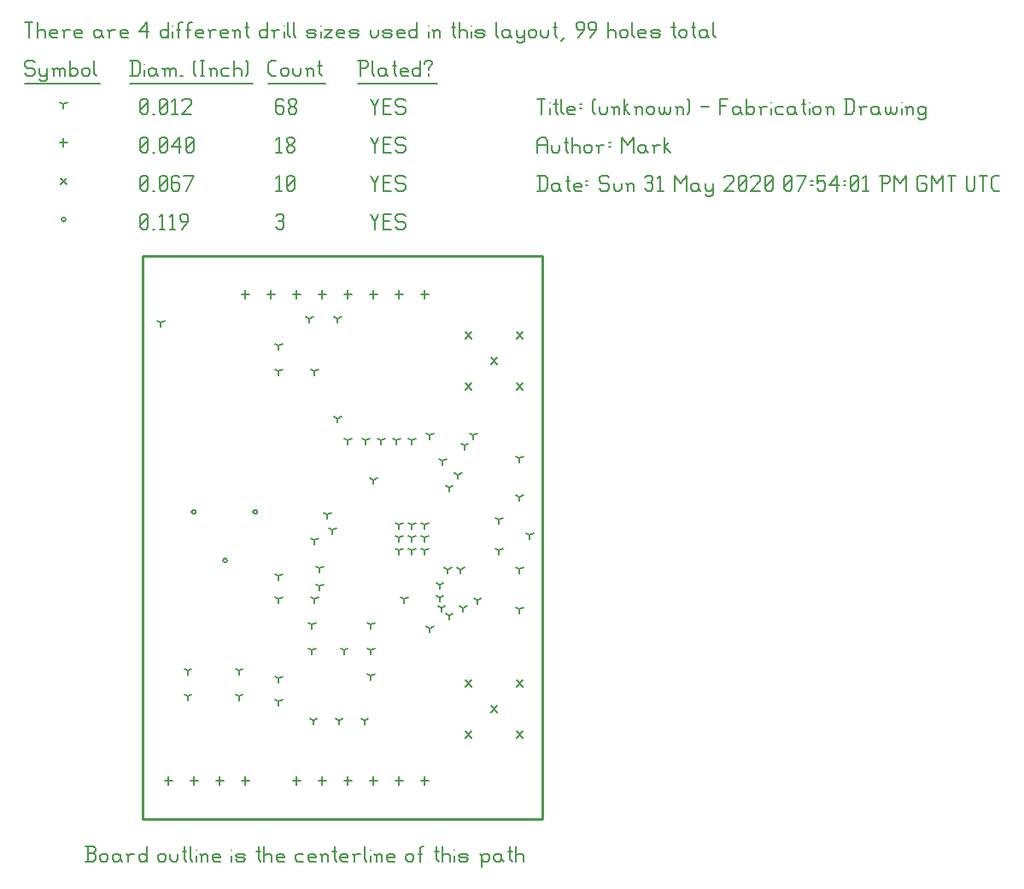
<source format=gbr>
G04 start of page 12 for group -3984 idx -3984 *
G04 Title: (unknown), fab *
G04 Creator: pcb 1.99z *
G04 CreationDate: Sun 31 May 2020 07:54:01 PM GMT UTC *
G04 For: mark *
G04 Format: Gerber/RS-274X *
G04 PCB-Dimensions (mil): 2200.00 2300.00 *
G04 PCB-Coordinate-Origin: lower left *
%MOIN*%
%FSLAX25Y25*%
%LNFAB*%
%ADD96C,0.0100*%
%ADD95C,0.0075*%
%ADD94C,0.0060*%
%ADD93R,0.0080X0.0080*%
G54D93*X64995Y127000D02*G75*G03X66595Y127000I800J0D01*G01*
G75*G03X64995Y127000I-800J0D01*G01*
X77200Y108102D02*G75*G03X78800Y108102I800J0D01*G01*
G75*G03X77200Y108102I-800J0D01*G01*
X89011Y127000D02*G75*G03X90611Y127000I800J0D01*G01*
G75*G03X89011Y127000I-800J0D01*G01*
X14200Y241250D02*G75*G03X15800Y241250I800J0D01*G01*
G75*G03X14200Y241250I-800J0D01*G01*
G54D94*X135000Y243500D02*X136500Y240500D01*
X138000Y243500D01*
X136500Y240500D02*Y237500D01*
X139800Y240800D02*X142050D01*
X139800Y237500D02*X142800D01*
X139800Y243500D02*Y237500D01*
Y243500D02*X142800D01*
X147600D02*X148350Y242750D01*
X145350Y243500D02*X147600D01*
X144600Y242750D02*X145350Y243500D01*
X144600Y242750D02*Y241250D01*
X145350Y240500D01*
X147600D01*
X148350Y239750D01*
Y238250D01*
X147600Y237500D02*X148350Y238250D01*
X145350Y237500D02*X147600D01*
X144600Y238250D02*X145350Y237500D01*
X98000Y242750D02*X98750Y243500D01*
X100250D01*
X101000Y242750D01*
X100250Y237500D02*X101000Y238250D01*
X98750Y237500D02*X100250D01*
X98000Y238250D02*X98750Y237500D01*
Y240800D02*X100250D01*
X101000Y242750D02*Y241550D01*
Y240050D02*Y238250D01*
Y240050D02*X100250Y240800D01*
X101000Y241550D02*X100250Y240800D01*
X45000Y238250D02*X45750Y237500D01*
X45000Y242750D02*Y238250D01*
Y242750D02*X45750Y243500D01*
X47250D01*
X48000Y242750D01*
Y238250D01*
X47250Y237500D02*X48000Y238250D01*
X45750Y237500D02*X47250D01*
X45000Y239000D02*X48000Y242000D01*
X49800Y237500D02*X50550D01*
X52350Y242300D02*X53550Y243500D01*
Y237500D01*
X52350D02*X54600D01*
X56400Y242300D02*X57600Y243500D01*
Y237500D01*
X56400D02*X58650D01*
X61200D02*X63450Y240500D01*
Y242750D02*Y240500D01*
X62700Y243500D02*X63450Y242750D01*
X61200Y243500D02*X62700D01*
X60450Y242750D02*X61200Y243500D01*
X60450Y242750D02*Y241250D01*
X61200Y240500D01*
X63450D01*
X181800Y51200D02*X184200Y48800D01*
X181800D02*X184200Y51200D01*
X171800Y61200D02*X174200Y58800D01*
X171800D02*X174200Y61200D01*
X171800Y41200D02*X174200Y38800D01*
X171800D02*X174200Y41200D01*
X191800Y61200D02*X194200Y58800D01*
X191800D02*X194200Y61200D01*
X191800Y41200D02*X194200Y38800D01*
X191800D02*X194200Y41200D01*
X181800Y187200D02*X184200Y184800D01*
X181800D02*X184200Y187200D01*
X171800Y197200D02*X174200Y194800D01*
X171800D02*X174200Y197200D01*
X171800Y177200D02*X174200Y174800D01*
X171800D02*X174200Y177200D01*
X191800Y197200D02*X194200Y194800D01*
X191800D02*X194200Y197200D01*
X191800Y177200D02*X194200Y174800D01*
X191800D02*X194200Y177200D01*
X13800Y257450D02*X16200Y255050D01*
X13800D02*X16200Y257450D01*
X135000Y258500D02*X136500Y255500D01*
X138000Y258500D01*
X136500Y255500D02*Y252500D01*
X139800Y255800D02*X142050D01*
X139800Y252500D02*X142800D01*
X139800Y258500D02*Y252500D01*
Y258500D02*X142800D01*
X147600D02*X148350Y257750D01*
X145350Y258500D02*X147600D01*
X144600Y257750D02*X145350Y258500D01*
X144600Y257750D02*Y256250D01*
X145350Y255500D01*
X147600D01*
X148350Y254750D01*
Y253250D01*
X147600Y252500D02*X148350Y253250D01*
X145350Y252500D02*X147600D01*
X144600Y253250D02*X145350Y252500D01*
X98000Y257300D02*X99200Y258500D01*
Y252500D01*
X98000D02*X100250D01*
X102050Y253250D02*X102800Y252500D01*
X102050Y257750D02*Y253250D01*
Y257750D02*X102800Y258500D01*
X104300D01*
X105050Y257750D01*
Y253250D01*
X104300Y252500D02*X105050Y253250D01*
X102800Y252500D02*X104300D01*
X102050Y254000D02*X105050Y257000D01*
X45000Y253250D02*X45750Y252500D01*
X45000Y257750D02*Y253250D01*
Y257750D02*X45750Y258500D01*
X47250D01*
X48000Y257750D01*
Y253250D01*
X47250Y252500D02*X48000Y253250D01*
X45750Y252500D02*X47250D01*
X45000Y254000D02*X48000Y257000D01*
X49800Y252500D02*X50550D01*
X52350Y253250D02*X53100Y252500D01*
X52350Y257750D02*Y253250D01*
Y257750D02*X53100Y258500D01*
X54600D01*
X55350Y257750D01*
Y253250D01*
X54600Y252500D02*X55350Y253250D01*
X53100Y252500D02*X54600D01*
X52350Y254000D02*X55350Y257000D01*
X59400Y258500D02*X60150Y257750D01*
X57900Y258500D02*X59400D01*
X57150Y257750D02*X57900Y258500D01*
X57150Y257750D02*Y253250D01*
X57900Y252500D01*
X59400Y255800D02*X60150Y255050D01*
X57150Y255800D02*X59400D01*
X57900Y252500D02*X59400D01*
X60150Y253250D01*
Y255050D02*Y253250D01*
X62700Y252500D02*X65700Y258500D01*
X61950D02*X65700D01*
X96000Y213600D02*Y210400D01*
X94400Y212000D02*X97600D01*
X86000Y213600D02*Y210400D01*
X84400Y212000D02*X87600D01*
X156000Y213600D02*Y210400D01*
X154400Y212000D02*X157600D01*
X146000Y213600D02*Y210400D01*
X144400Y212000D02*X147600D01*
X136000Y213600D02*Y210400D01*
X134400Y212000D02*X137600D01*
X126000Y213600D02*Y210400D01*
X124400Y212000D02*X127600D01*
X116000Y213600D02*Y210400D01*
X114400Y212000D02*X117600D01*
X106000Y213600D02*Y210400D01*
X104400Y212000D02*X107600D01*
X156000Y23600D02*Y20400D01*
X154400Y22000D02*X157600D01*
X146000Y23600D02*Y20400D01*
X144400Y22000D02*X147600D01*
X136000Y23600D02*Y20400D01*
X134400Y22000D02*X137600D01*
X126000Y23600D02*Y20400D01*
X124400Y22000D02*X127600D01*
X116000Y23600D02*Y20400D01*
X114400Y22000D02*X117600D01*
X106000Y23600D02*Y20400D01*
X104400Y22000D02*X107600D01*
X86000Y23600D02*Y20400D01*
X84400Y22000D02*X87600D01*
X76000Y23600D02*Y20400D01*
X74400Y22000D02*X77600D01*
X66000Y23600D02*Y20400D01*
X64400Y22000D02*X67600D01*
X56000Y23600D02*Y20400D01*
X54400Y22000D02*X57600D01*
X15000Y272850D02*Y269650D01*
X13400Y271250D02*X16600D01*
X135000Y273500D02*X136500Y270500D01*
X138000Y273500D01*
X136500Y270500D02*Y267500D01*
X139800Y270800D02*X142050D01*
X139800Y267500D02*X142800D01*
X139800Y273500D02*Y267500D01*
Y273500D02*X142800D01*
X147600D02*X148350Y272750D01*
X145350Y273500D02*X147600D01*
X144600Y272750D02*X145350Y273500D01*
X144600Y272750D02*Y271250D01*
X145350Y270500D01*
X147600D01*
X148350Y269750D01*
Y268250D01*
X147600Y267500D02*X148350Y268250D01*
X145350Y267500D02*X147600D01*
X144600Y268250D02*X145350Y267500D01*
X98000Y272300D02*X99200Y273500D01*
Y267500D01*
X98000D02*X100250D01*
X102050Y268250D02*X102800Y267500D01*
X102050Y269450D02*Y268250D01*
Y269450D02*X103100Y270500D01*
X104000D01*
X105050Y269450D01*
Y268250D01*
X104300Y267500D02*X105050Y268250D01*
X102800Y267500D02*X104300D01*
X102050Y271550D02*X103100Y270500D01*
X102050Y272750D02*Y271550D01*
Y272750D02*X102800Y273500D01*
X104300D01*
X105050Y272750D01*
Y271550D01*
X104000Y270500D02*X105050Y271550D01*
X45000Y268250D02*X45750Y267500D01*
X45000Y272750D02*Y268250D01*
Y272750D02*X45750Y273500D01*
X47250D01*
X48000Y272750D01*
Y268250D01*
X47250Y267500D02*X48000Y268250D01*
X45750Y267500D02*X47250D01*
X45000Y269000D02*X48000Y272000D01*
X49800Y267500D02*X50550D01*
X52350Y268250D02*X53100Y267500D01*
X52350Y272750D02*Y268250D01*
Y272750D02*X53100Y273500D01*
X54600D01*
X55350Y272750D01*
Y268250D01*
X54600Y267500D02*X55350Y268250D01*
X53100Y267500D02*X54600D01*
X52350Y269000D02*X55350Y272000D01*
X57150Y269750D02*X60150Y273500D01*
X57150Y269750D02*X60900D01*
X60150Y273500D02*Y267500D01*
X62700Y268250D02*X63450Y267500D01*
X62700Y272750D02*Y268250D01*
Y272750D02*X63450Y273500D01*
X64950D01*
X65700Y272750D01*
Y268250D01*
X64950Y267500D02*X65700Y268250D01*
X63450Y267500D02*X64950D01*
X62700Y269000D02*X65700Y272000D01*
X163000Y147000D02*Y145400D01*
Y147000D02*X164387Y147800D01*
X163000Y147000D02*X161613Y147800D01*
X169000Y141500D02*Y139900D01*
Y141500D02*X170387Y142300D01*
X169000Y141500D02*X167613Y142300D01*
X175000Y157000D02*Y155400D01*
Y157000D02*X176387Y157800D01*
X175000Y157000D02*X173613Y157800D01*
X158000Y157000D02*Y155400D01*
Y157000D02*X159387Y157800D01*
X158000Y157000D02*X156613Y157800D01*
X148000Y93000D02*Y91400D01*
Y93000D02*X149387Y93800D01*
X148000Y93000D02*X146613Y93800D01*
X145000Y155000D02*Y153400D01*
Y155000D02*X146387Y155800D01*
X145000Y155000D02*X143613Y155800D01*
X193000Y132800D02*Y131200D01*
Y132800D02*X194387Y133600D01*
X193000Y132800D02*X191613Y133600D01*
X193000Y104700D02*Y103100D01*
Y104700D02*X194387Y105500D01*
X193000Y104700D02*X191613Y105500D01*
X197000Y118000D02*Y116400D01*
Y118000D02*X198387Y118800D01*
X197000Y118000D02*X195613Y118800D01*
X162500Y89500D02*Y87900D01*
Y89500D02*X163887Y90300D01*
X162500Y89500D02*X161113Y90300D01*
X165000Y104500D02*Y102900D01*
Y104500D02*X166387Y105300D01*
X165000Y104500D02*X163613Y105300D01*
X53000Y201000D02*Y199400D01*
Y201000D02*X54387Y201800D01*
X53000Y201000D02*X51613Y201800D01*
X170000Y104500D02*Y102900D01*
Y104500D02*X171387Y105300D01*
X170000Y104500D02*X168613Y105300D01*
X156000Y122000D02*Y120400D01*
Y122000D02*X157387Y122800D01*
X156000Y122000D02*X154613Y122800D01*
X156000Y112000D02*Y110400D01*
Y112000D02*X157387Y112800D01*
X156000Y112000D02*X154613Y112800D01*
X146000Y112000D02*Y110400D01*
Y112000D02*X147387Y112800D01*
X146000Y112000D02*X144613Y112800D01*
X146000Y122000D02*Y120400D01*
Y122000D02*X147387Y122800D01*
X146000Y122000D02*X144613Y122800D01*
X113000Y116000D02*Y114400D01*
Y116000D02*X114387Y116800D01*
X113000Y116000D02*X111613Y116800D01*
X113000Y93000D02*Y91400D01*
Y93000D02*X114387Y93800D01*
X113000Y93000D02*X111613Y93800D01*
X113000Y182000D02*Y180400D01*
Y182000D02*X114387Y182800D01*
X113000Y182000D02*X111613Y182800D01*
X146000Y117000D02*Y115400D01*
Y117000D02*X147387Y117800D01*
X146000Y117000D02*X144613Y117800D01*
X151000Y112000D02*Y110400D01*
Y112000D02*X152387Y112800D01*
X151000Y112000D02*X149613Y112800D01*
X151000Y122000D02*Y120400D01*
Y122000D02*X152387Y122800D01*
X151000Y122000D02*X149613Y122800D01*
X156000Y117000D02*Y115400D01*
Y117000D02*X157387Y117800D01*
X156000Y117000D02*X154613Y117800D01*
X193000Y89000D02*Y87400D01*
Y89000D02*X194387Y89800D01*
X193000Y89000D02*X191613Y89800D01*
X185000Y112000D02*Y110400D01*
Y112000D02*X186387Y112800D01*
X185000Y112000D02*X183613Y112800D01*
X185000Y124000D02*Y122400D01*
Y124000D02*X186387Y124800D01*
X185000Y124000D02*X183613Y124800D01*
X193000Y148000D02*Y146400D01*
Y148000D02*X194387Y148800D01*
X193000Y148000D02*X191613Y148800D01*
X151000Y155000D02*Y153400D01*
Y155000D02*X152387Y155800D01*
X151000Y155000D02*X149613Y155800D01*
X139000Y155000D02*Y153400D01*
Y155000D02*X140387Y155800D01*
X139000Y155000D02*X137613Y155800D01*
X133000Y155000D02*Y153400D01*
Y155000D02*X134387Y155800D01*
X133000Y155000D02*X131613Y155800D01*
X126000Y155000D02*Y153400D01*
Y155000D02*X127387Y155800D01*
X126000Y155000D02*X124613Y155800D01*
X120000Y120000D02*Y118400D01*
Y120000D02*X121387Y120800D01*
X120000Y120000D02*X118613Y120800D01*
X118000Y126000D02*Y124400D01*
Y126000D02*X119387Y126800D01*
X118000Y126000D02*X116613Y126800D01*
X115000Y98000D02*Y96400D01*
Y98000D02*X116387Y98800D01*
X115000Y98000D02*X113613Y98800D01*
X115000Y105000D02*Y103400D01*
Y105000D02*X116387Y105800D01*
X115000Y105000D02*X113613Y105800D01*
X165500Y86500D02*Y84900D01*
Y86500D02*X166887Y87300D01*
X165500Y86500D02*X164113Y87300D01*
X171000Y89500D02*Y87900D01*
Y89500D02*X172387Y90300D01*
X171000Y89500D02*X169613Y90300D01*
X112500Y45500D02*Y43900D01*
Y45500D02*X113887Y46300D01*
X112500Y45500D02*X111113Y46300D01*
X122500Y45500D02*Y43900D01*
Y45500D02*X123887Y46300D01*
X122500Y45500D02*X121113Y46300D01*
X132500Y45500D02*Y43900D01*
Y45500D02*X133887Y46300D01*
X132500Y45500D02*X131113Y46300D01*
X136000Y139500D02*Y137900D01*
Y139500D02*X137387Y140300D01*
X136000Y139500D02*X134613Y140300D01*
X171500Y153000D02*Y151400D01*
Y153000D02*X172887Y153800D01*
X171500Y153000D02*X170113Y153800D01*
X165500Y136500D02*Y134900D01*
Y136500D02*X166887Y137300D01*
X165500Y136500D02*X164113Y137300D01*
X135000Y73000D02*Y71400D01*
Y73000D02*X136387Y73800D01*
X135000Y73000D02*X133613Y73800D01*
X135000Y63000D02*Y61400D01*
Y63000D02*X136387Y63800D01*
X135000Y63000D02*X133613Y63800D01*
X83500Y55000D02*Y53400D01*
Y55000D02*X84887Y55800D01*
X83500Y55000D02*X82113Y55800D01*
X63500Y65000D02*Y63400D01*
Y65000D02*X64887Y65800D01*
X63500Y65000D02*X62113Y65800D01*
X63500Y55000D02*Y53400D01*
Y55000D02*X64887Y55800D01*
X63500Y55000D02*X62113Y55800D01*
X83500Y65000D02*Y63400D01*
Y65000D02*X84887Y65800D01*
X83500Y65000D02*X82113Y65800D01*
X99000Y53000D02*Y51400D01*
Y53000D02*X100387Y53800D01*
X99000Y53000D02*X97613Y53800D01*
X99000Y62000D02*Y60400D01*
Y62000D02*X100387Y62800D01*
X99000Y62000D02*X97613Y62800D01*
X99000Y93000D02*Y91400D01*
Y93000D02*X100387Y93800D01*
X99000Y93000D02*X97613Y93800D01*
X99000Y102000D02*Y100400D01*
Y102000D02*X100387Y102800D01*
X99000Y102000D02*X97613Y102800D01*
X99000Y182000D02*Y180400D01*
Y182000D02*X100387Y182800D01*
X99000Y182000D02*X97613Y182800D01*
X99000Y192000D02*Y190400D01*
Y192000D02*X100387Y192800D01*
X99000Y192000D02*X97613Y192800D01*
X111000Y202500D02*Y200900D01*
Y202500D02*X112387Y203300D01*
X111000Y202500D02*X109613Y203300D01*
X122000Y163500D02*Y161900D01*
Y163500D02*X123387Y164300D01*
X122000Y163500D02*X120613Y164300D01*
X122000Y202500D02*Y200900D01*
Y202500D02*X123387Y203300D01*
X122000Y202500D02*X120613Y203300D01*
X151000Y117000D02*Y115400D01*
Y117000D02*X152387Y117800D01*
X151000Y117000D02*X149613Y117800D01*
X124500Y73000D02*Y71400D01*
Y73000D02*X125887Y73800D01*
X124500Y73000D02*X123113Y73800D01*
X135000Y83000D02*Y81400D01*
Y83000D02*X136387Y83800D01*
X135000Y83000D02*X133613Y83800D01*
X112000Y83000D02*Y81400D01*
Y83000D02*X113387Y83800D01*
X112000Y83000D02*X110613Y83800D01*
X112000Y73000D02*Y71400D01*
Y73000D02*X113387Y73800D01*
X112000Y73000D02*X110613Y73800D01*
X161926Y93500D02*Y91900D01*
Y93500D02*X163313Y94300D01*
X161926Y93500D02*X160539Y94300D01*
X161926Y98500D02*Y96900D01*
Y98500D02*X163313Y99300D01*
X161926Y98500D02*X160539Y99300D01*
X158000Y81500D02*Y79900D01*
Y81500D02*X159387Y82300D01*
X158000Y81500D02*X156613Y82300D01*
X176500Y92500D02*Y90900D01*
Y92500D02*X177887Y93300D01*
X176500Y92500D02*X175113Y93300D01*
X15000Y286250D02*Y284650D01*
Y286250D02*X16387Y287050D01*
X15000Y286250D02*X13613Y287050D01*
X135000Y288500D02*X136500Y285500D01*
X138000Y288500D01*
X136500Y285500D02*Y282500D01*
X139800Y285800D02*X142050D01*
X139800Y282500D02*X142800D01*
X139800Y288500D02*Y282500D01*
Y288500D02*X142800D01*
X147600D02*X148350Y287750D01*
X145350Y288500D02*X147600D01*
X144600Y287750D02*X145350Y288500D01*
X144600Y287750D02*Y286250D01*
X145350Y285500D01*
X147600D01*
X148350Y284750D01*
Y283250D01*
X147600Y282500D02*X148350Y283250D01*
X145350Y282500D02*X147600D01*
X144600Y283250D02*X145350Y282500D01*
X100250Y288500D02*X101000Y287750D01*
X98750Y288500D02*X100250D01*
X98000Y287750D02*X98750Y288500D01*
X98000Y287750D02*Y283250D01*
X98750Y282500D01*
X100250Y285800D02*X101000Y285050D01*
X98000Y285800D02*X100250D01*
X98750Y282500D02*X100250D01*
X101000Y283250D01*
Y285050D02*Y283250D01*
X102800D02*X103550Y282500D01*
X102800Y284450D02*Y283250D01*
Y284450D02*X103850Y285500D01*
X104750D01*
X105800Y284450D01*
Y283250D01*
X105050Y282500D02*X105800Y283250D01*
X103550Y282500D02*X105050D01*
X102800Y286550D02*X103850Y285500D01*
X102800Y287750D02*Y286550D01*
Y287750D02*X103550Y288500D01*
X105050D01*
X105800Y287750D01*
Y286550D01*
X104750Y285500D02*X105800Y286550D01*
X45000Y283250D02*X45750Y282500D01*
X45000Y287750D02*Y283250D01*
Y287750D02*X45750Y288500D01*
X47250D01*
X48000Y287750D01*
Y283250D01*
X47250Y282500D02*X48000Y283250D01*
X45750Y282500D02*X47250D01*
X45000Y284000D02*X48000Y287000D01*
X49800Y282500D02*X50550D01*
X52350Y283250D02*X53100Y282500D01*
X52350Y287750D02*Y283250D01*
Y287750D02*X53100Y288500D01*
X54600D01*
X55350Y287750D01*
Y283250D01*
X54600Y282500D02*X55350Y283250D01*
X53100Y282500D02*X54600D01*
X52350Y284000D02*X55350Y287000D01*
X57150Y287300D02*X58350Y288500D01*
Y282500D01*
X57150D02*X59400D01*
X61200Y287750D02*X61950Y288500D01*
X64200D01*
X64950Y287750D01*
Y286250D01*
X61200Y282500D02*X64950Y286250D01*
X61200Y282500D02*X64950D01*
X3000Y303500D02*X3750Y302750D01*
X750Y303500D02*X3000D01*
X0Y302750D02*X750Y303500D01*
X0Y302750D02*Y301250D01*
X750Y300500D01*
X3000D01*
X3750Y299750D01*
Y298250D01*
X3000Y297500D02*X3750Y298250D01*
X750Y297500D02*X3000D01*
X0Y298250D02*X750Y297500D01*
X5550Y300500D02*Y298250D01*
X6300Y297500D01*
X8550Y300500D02*Y296000D01*
X7800Y295250D02*X8550Y296000D01*
X6300Y295250D02*X7800D01*
X5550Y296000D02*X6300Y295250D01*
Y297500D02*X7800D01*
X8550Y298250D01*
X11100Y299750D02*Y297500D01*
Y299750D02*X11850Y300500D01*
X12600D01*
X13350Y299750D01*
Y297500D01*
Y299750D02*X14100Y300500D01*
X14850D01*
X15600Y299750D01*
Y297500D01*
X10350Y300500D02*X11100Y299750D01*
X17400Y303500D02*Y297500D01*
Y298250D02*X18150Y297500D01*
X19650D01*
X20400Y298250D01*
Y299750D02*Y298250D01*
X19650Y300500D02*X20400Y299750D01*
X18150Y300500D02*X19650D01*
X17400Y299750D02*X18150Y300500D01*
X22200Y299750D02*Y298250D01*
Y299750D02*X22950Y300500D01*
X24450D01*
X25200Y299750D01*
Y298250D01*
X24450Y297500D02*X25200Y298250D01*
X22950Y297500D02*X24450D01*
X22200Y298250D02*X22950Y297500D01*
X27000Y303500D02*Y298250D01*
X27750Y297500D01*
X0Y294250D02*X29250D01*
X41750Y303500D02*Y297500D01*
X43700Y303500D02*X44750Y302450D01*
Y298550D01*
X43700Y297500D02*X44750Y298550D01*
X41000Y297500D02*X43700D01*
X41000Y303500D02*X43700D01*
G54D95*X46550Y302000D02*Y301850D01*
G54D94*Y299750D02*Y297500D01*
X50300Y300500D02*X51050Y299750D01*
X48800Y300500D02*X50300D01*
X48050Y299750D02*X48800Y300500D01*
X48050Y299750D02*Y298250D01*
X48800Y297500D01*
X51050Y300500D02*Y298250D01*
X51800Y297500D01*
X48800D02*X50300D01*
X51050Y298250D01*
X54350Y299750D02*Y297500D01*
Y299750D02*X55100Y300500D01*
X55850D01*
X56600Y299750D01*
Y297500D01*
Y299750D02*X57350Y300500D01*
X58100D01*
X58850Y299750D01*
Y297500D01*
X53600Y300500D02*X54350Y299750D01*
X60650Y297500D02*X61400D01*
X65900Y298250D02*X66650Y297500D01*
X65900Y302750D02*X66650Y303500D01*
X65900Y302750D02*Y298250D01*
X68450Y303500D02*X69950D01*
X69200D02*Y297500D01*
X68450D02*X69950D01*
X72500Y299750D02*Y297500D01*
Y299750D02*X73250Y300500D01*
X74000D01*
X74750Y299750D01*
Y297500D01*
X71750Y300500D02*X72500Y299750D01*
X77300Y300500D02*X79550D01*
X76550Y299750D02*X77300Y300500D01*
X76550Y299750D02*Y298250D01*
X77300Y297500D01*
X79550D01*
X81350Y303500D02*Y297500D01*
Y299750D02*X82100Y300500D01*
X83600D01*
X84350Y299750D01*
Y297500D01*
X86150Y303500D02*X86900Y302750D01*
Y298250D01*
X86150Y297500D02*X86900Y298250D01*
X41000Y294250D02*X88700D01*
X96050Y297500D02*X98000D01*
X95000Y298550D02*X96050Y297500D01*
X95000Y302450D02*Y298550D01*
Y302450D02*X96050Y303500D01*
X98000D01*
X99800Y299750D02*Y298250D01*
Y299750D02*X100550Y300500D01*
X102050D01*
X102800Y299750D01*
Y298250D01*
X102050Y297500D02*X102800Y298250D01*
X100550Y297500D02*X102050D01*
X99800Y298250D02*X100550Y297500D01*
X104600Y300500D02*Y298250D01*
X105350Y297500D01*
X106850D01*
X107600Y298250D01*
Y300500D02*Y298250D01*
X110150Y299750D02*Y297500D01*
Y299750D02*X110900Y300500D01*
X111650D01*
X112400Y299750D01*
Y297500D01*
X109400Y300500D02*X110150Y299750D01*
X114950Y303500D02*Y298250D01*
X115700Y297500D01*
X114200Y301250D02*X115700D01*
X95000Y294250D02*X117200D01*
X130750Y303500D02*Y297500D01*
X130000Y303500D02*X133000D01*
X133750Y302750D01*
Y301250D01*
X133000Y300500D02*X133750Y301250D01*
X130750Y300500D02*X133000D01*
X135550Y303500D02*Y298250D01*
X136300Y297500D01*
X140050Y300500D02*X140800Y299750D01*
X138550Y300500D02*X140050D01*
X137800Y299750D02*X138550Y300500D01*
X137800Y299750D02*Y298250D01*
X138550Y297500D01*
X140800Y300500D02*Y298250D01*
X141550Y297500D01*
X138550D02*X140050D01*
X140800Y298250D01*
X144100Y303500D02*Y298250D01*
X144850Y297500D01*
X143350Y301250D02*X144850D01*
X147100Y297500D02*X149350D01*
X146350Y298250D02*X147100Y297500D01*
X146350Y299750D02*Y298250D01*
Y299750D02*X147100Y300500D01*
X148600D01*
X149350Y299750D01*
X146350Y299000D02*X149350D01*
Y299750D02*Y299000D01*
X154150Y303500D02*Y297500D01*
X153400D02*X154150Y298250D01*
X151900Y297500D02*X153400D01*
X151150Y298250D02*X151900Y297500D01*
X151150Y299750D02*Y298250D01*
Y299750D02*X151900Y300500D01*
X153400D01*
X154150Y299750D01*
X157450Y300500D02*Y299750D01*
Y298250D02*Y297500D01*
X155950Y302750D02*Y302000D01*
Y302750D02*X156700Y303500D01*
X158200D01*
X158950Y302750D01*
Y302000D01*
X157450Y300500D02*X158950Y302000D01*
X130000Y294250D02*X160750D01*
X0Y318500D02*X3000D01*
X1500D02*Y312500D01*
X4800Y318500D02*Y312500D01*
Y314750D02*X5550Y315500D01*
X7050D01*
X7800Y314750D01*
Y312500D01*
X10350D02*X12600D01*
X9600Y313250D02*X10350Y312500D01*
X9600Y314750D02*Y313250D01*
Y314750D02*X10350Y315500D01*
X11850D01*
X12600Y314750D01*
X9600Y314000D02*X12600D01*
Y314750D02*Y314000D01*
X15150Y314750D02*Y312500D01*
Y314750D02*X15900Y315500D01*
X17400D01*
X14400D02*X15150Y314750D01*
X19950Y312500D02*X22200D01*
X19200Y313250D02*X19950Y312500D01*
X19200Y314750D02*Y313250D01*
Y314750D02*X19950Y315500D01*
X21450D01*
X22200Y314750D01*
X19200Y314000D02*X22200D01*
Y314750D02*Y314000D01*
X28950Y315500D02*X29700Y314750D01*
X27450Y315500D02*X28950D01*
X26700Y314750D02*X27450Y315500D01*
X26700Y314750D02*Y313250D01*
X27450Y312500D01*
X29700Y315500D02*Y313250D01*
X30450Y312500D01*
X27450D02*X28950D01*
X29700Y313250D01*
X33000Y314750D02*Y312500D01*
Y314750D02*X33750Y315500D01*
X35250D01*
X32250D02*X33000Y314750D01*
X37800Y312500D02*X40050D01*
X37050Y313250D02*X37800Y312500D01*
X37050Y314750D02*Y313250D01*
Y314750D02*X37800Y315500D01*
X39300D01*
X40050Y314750D01*
X37050Y314000D02*X40050D01*
Y314750D02*Y314000D01*
X44550Y314750D02*X47550Y318500D01*
X44550Y314750D02*X48300D01*
X47550Y318500D02*Y312500D01*
X55800Y318500D02*Y312500D01*
X55050D02*X55800Y313250D01*
X53550Y312500D02*X55050D01*
X52800Y313250D02*X53550Y312500D01*
X52800Y314750D02*Y313250D01*
Y314750D02*X53550Y315500D01*
X55050D01*
X55800Y314750D01*
G54D95*X57600Y317000D02*Y316850D01*
G54D94*Y314750D02*Y312500D01*
X59850Y317750D02*Y312500D01*
Y317750D02*X60600Y318500D01*
X61350D01*
X59100Y315500D02*X60600D01*
X63600Y317750D02*Y312500D01*
Y317750D02*X64350Y318500D01*
X65100D01*
X62850Y315500D02*X64350D01*
X67350Y312500D02*X69600D01*
X66600Y313250D02*X67350Y312500D01*
X66600Y314750D02*Y313250D01*
Y314750D02*X67350Y315500D01*
X68850D01*
X69600Y314750D01*
X66600Y314000D02*X69600D01*
Y314750D02*Y314000D01*
X72150Y314750D02*Y312500D01*
Y314750D02*X72900Y315500D01*
X74400D01*
X71400D02*X72150Y314750D01*
X76950Y312500D02*X79200D01*
X76200Y313250D02*X76950Y312500D01*
X76200Y314750D02*Y313250D01*
Y314750D02*X76950Y315500D01*
X78450D01*
X79200Y314750D01*
X76200Y314000D02*X79200D01*
Y314750D02*Y314000D01*
X81750Y314750D02*Y312500D01*
Y314750D02*X82500Y315500D01*
X83250D01*
X84000Y314750D01*
Y312500D01*
X81000Y315500D02*X81750Y314750D01*
X86550Y318500D02*Y313250D01*
X87300Y312500D01*
X85800Y316250D02*X87300D01*
X94500Y318500D02*Y312500D01*
X93750D02*X94500Y313250D01*
X92250Y312500D02*X93750D01*
X91500Y313250D02*X92250Y312500D01*
X91500Y314750D02*Y313250D01*
Y314750D02*X92250Y315500D01*
X93750D01*
X94500Y314750D01*
X97050D02*Y312500D01*
Y314750D02*X97800Y315500D01*
X99300D01*
X96300D02*X97050Y314750D01*
G54D95*X101100Y317000D02*Y316850D01*
G54D94*Y314750D02*Y312500D01*
X102600Y318500D02*Y313250D01*
X103350Y312500D01*
X104850Y318500D02*Y313250D01*
X105600Y312500D01*
X110550D02*X112800D01*
X113550Y313250D01*
X112800Y314000D02*X113550Y313250D01*
X110550Y314000D02*X112800D01*
X109800Y314750D02*X110550Y314000D01*
X109800Y314750D02*X110550Y315500D01*
X112800D01*
X113550Y314750D01*
X109800Y313250D02*X110550Y312500D01*
G54D95*X115350Y317000D02*Y316850D01*
G54D94*Y314750D02*Y312500D01*
X116850Y315500D02*X119850D01*
X116850Y312500D02*X119850Y315500D01*
X116850Y312500D02*X119850D01*
X122400D02*X124650D01*
X121650Y313250D02*X122400Y312500D01*
X121650Y314750D02*Y313250D01*
Y314750D02*X122400Y315500D01*
X123900D01*
X124650Y314750D01*
X121650Y314000D02*X124650D01*
Y314750D02*Y314000D01*
X127200Y312500D02*X129450D01*
X130200Y313250D01*
X129450Y314000D02*X130200Y313250D01*
X127200Y314000D02*X129450D01*
X126450Y314750D02*X127200Y314000D01*
X126450Y314750D02*X127200Y315500D01*
X129450D01*
X130200Y314750D01*
X126450Y313250D02*X127200Y312500D01*
X134700Y315500D02*Y313250D01*
X135450Y312500D01*
X136950D01*
X137700Y313250D01*
Y315500D02*Y313250D01*
X140250Y312500D02*X142500D01*
X143250Y313250D01*
X142500Y314000D02*X143250Y313250D01*
X140250Y314000D02*X142500D01*
X139500Y314750D02*X140250Y314000D01*
X139500Y314750D02*X140250Y315500D01*
X142500D01*
X143250Y314750D01*
X139500Y313250D02*X140250Y312500D01*
X145800D02*X148050D01*
X145050Y313250D02*X145800Y312500D01*
X145050Y314750D02*Y313250D01*
Y314750D02*X145800Y315500D01*
X147300D01*
X148050Y314750D01*
X145050Y314000D02*X148050D01*
Y314750D02*Y314000D01*
X152850Y318500D02*Y312500D01*
X152100D02*X152850Y313250D01*
X150600Y312500D02*X152100D01*
X149850Y313250D02*X150600Y312500D01*
X149850Y314750D02*Y313250D01*
Y314750D02*X150600Y315500D01*
X152100D01*
X152850Y314750D01*
G54D95*X157350Y317000D02*Y316850D01*
G54D94*Y314750D02*Y312500D01*
X159600Y314750D02*Y312500D01*
Y314750D02*X160350Y315500D01*
X161100D01*
X161850Y314750D01*
Y312500D01*
X158850Y315500D02*X159600Y314750D01*
X167100Y318500D02*Y313250D01*
X167850Y312500D01*
X166350Y316250D02*X167850D01*
X169350Y318500D02*Y312500D01*
Y314750D02*X170100Y315500D01*
X171600D01*
X172350Y314750D01*
Y312500D01*
G54D95*X174150Y317000D02*Y316850D01*
G54D94*Y314750D02*Y312500D01*
X176400D02*X178650D01*
X179400Y313250D01*
X178650Y314000D02*X179400Y313250D01*
X176400Y314000D02*X178650D01*
X175650Y314750D02*X176400Y314000D01*
X175650Y314750D02*X176400Y315500D01*
X178650D01*
X179400Y314750D01*
X175650Y313250D02*X176400Y312500D01*
X183900Y318500D02*Y313250D01*
X184650Y312500D01*
X188400Y315500D02*X189150Y314750D01*
X186900Y315500D02*X188400D01*
X186150Y314750D02*X186900Y315500D01*
X186150Y314750D02*Y313250D01*
X186900Y312500D01*
X189150Y315500D02*Y313250D01*
X189900Y312500D01*
X186900D02*X188400D01*
X189150Y313250D01*
X191700Y315500D02*Y313250D01*
X192450Y312500D01*
X194700Y315500D02*Y311000D01*
X193950Y310250D02*X194700Y311000D01*
X192450Y310250D02*X193950D01*
X191700Y311000D02*X192450Y310250D01*
Y312500D02*X193950D01*
X194700Y313250D01*
X196500Y314750D02*Y313250D01*
Y314750D02*X197250Y315500D01*
X198750D01*
X199500Y314750D01*
Y313250D01*
X198750Y312500D02*X199500Y313250D01*
X197250Y312500D02*X198750D01*
X196500Y313250D02*X197250Y312500D01*
X201300Y315500D02*Y313250D01*
X202050Y312500D01*
X203550D01*
X204300Y313250D01*
Y315500D02*Y313250D01*
X206850Y318500D02*Y313250D01*
X207600Y312500D01*
X206100Y316250D02*X207600D01*
X209100Y311000D02*X210600Y312500D01*
X215850D02*X218100Y315500D01*
Y317750D02*Y315500D01*
X217350Y318500D02*X218100Y317750D01*
X215850Y318500D02*X217350D01*
X215100Y317750D02*X215850Y318500D01*
X215100Y317750D02*Y316250D01*
X215850Y315500D01*
X218100D01*
X220650Y312500D02*X222900Y315500D01*
Y317750D02*Y315500D01*
X222150Y318500D02*X222900Y317750D01*
X220650Y318500D02*X222150D01*
X219900Y317750D02*X220650Y318500D01*
X219900Y317750D02*Y316250D01*
X220650Y315500D01*
X222900D01*
X227400Y318500D02*Y312500D01*
Y314750D02*X228150Y315500D01*
X229650D01*
X230400Y314750D01*
Y312500D01*
X232200Y314750D02*Y313250D01*
Y314750D02*X232950Y315500D01*
X234450D01*
X235200Y314750D01*
Y313250D01*
X234450Y312500D02*X235200Y313250D01*
X232950Y312500D02*X234450D01*
X232200Y313250D02*X232950Y312500D01*
X237000Y318500D02*Y313250D01*
X237750Y312500D01*
X240000D02*X242250D01*
X239250Y313250D02*X240000Y312500D01*
X239250Y314750D02*Y313250D01*
Y314750D02*X240000Y315500D01*
X241500D01*
X242250Y314750D01*
X239250Y314000D02*X242250D01*
Y314750D02*Y314000D01*
X244800Y312500D02*X247050D01*
X247800Y313250D01*
X247050Y314000D02*X247800Y313250D01*
X244800Y314000D02*X247050D01*
X244050Y314750D02*X244800Y314000D01*
X244050Y314750D02*X244800Y315500D01*
X247050D01*
X247800Y314750D01*
X244050Y313250D02*X244800Y312500D01*
X253050Y318500D02*Y313250D01*
X253800Y312500D01*
X252300Y316250D02*X253800D01*
X255300Y314750D02*Y313250D01*
Y314750D02*X256050Y315500D01*
X257550D01*
X258300Y314750D01*
Y313250D01*
X257550Y312500D02*X258300Y313250D01*
X256050Y312500D02*X257550D01*
X255300Y313250D02*X256050Y312500D01*
X260850Y318500D02*Y313250D01*
X261600Y312500D01*
X260100Y316250D02*X261600D01*
X265350Y315500D02*X266100Y314750D01*
X263850Y315500D02*X265350D01*
X263100Y314750D02*X263850Y315500D01*
X263100Y314750D02*Y313250D01*
X263850Y312500D01*
X266100Y315500D02*Y313250D01*
X266850Y312500D01*
X263850D02*X265350D01*
X266100Y313250D01*
X268650Y318500D02*Y313250D01*
X269400Y312500D01*
G54D96*X202000Y7000D02*X46000D01*
X202000Y227000D02*Y7000D01*
X46000Y227000D02*X202000D01*
X46000Y7000D02*Y227000D01*
G54D94*X23675Y-9500D02*X26675D01*
X27425Y-8750D01*
Y-6950D02*Y-8750D01*
X26675Y-6200D02*X27425Y-6950D01*
X24425Y-6200D02*X26675D01*
X24425Y-3500D02*Y-9500D01*
X23675Y-3500D02*X26675D01*
X27425Y-4250D01*
Y-5450D01*
X26675Y-6200D02*X27425Y-5450D01*
X29225Y-7250D02*Y-8750D01*
Y-7250D02*X29975Y-6500D01*
X31475D01*
X32225Y-7250D01*
Y-8750D01*
X31475Y-9500D02*X32225Y-8750D01*
X29975Y-9500D02*X31475D01*
X29225Y-8750D02*X29975Y-9500D01*
X36275Y-6500D02*X37025Y-7250D01*
X34775Y-6500D02*X36275D01*
X34025Y-7250D02*X34775Y-6500D01*
X34025Y-7250D02*Y-8750D01*
X34775Y-9500D01*
X37025Y-6500D02*Y-8750D01*
X37775Y-9500D01*
X34775D02*X36275D01*
X37025Y-8750D01*
X40325Y-7250D02*Y-9500D01*
Y-7250D02*X41075Y-6500D01*
X42575D01*
X39575D02*X40325Y-7250D01*
X47375Y-3500D02*Y-9500D01*
X46625D02*X47375Y-8750D01*
X45125Y-9500D02*X46625D01*
X44375Y-8750D02*X45125Y-9500D01*
X44375Y-7250D02*Y-8750D01*
Y-7250D02*X45125Y-6500D01*
X46625D01*
X47375Y-7250D01*
X51875D02*Y-8750D01*
Y-7250D02*X52625Y-6500D01*
X54125D01*
X54875Y-7250D01*
Y-8750D01*
X54125Y-9500D02*X54875Y-8750D01*
X52625Y-9500D02*X54125D01*
X51875Y-8750D02*X52625Y-9500D01*
X56675Y-6500D02*Y-8750D01*
X57425Y-9500D01*
X58925D01*
X59675Y-8750D01*
Y-6500D02*Y-8750D01*
X62225Y-3500D02*Y-8750D01*
X62975Y-9500D01*
X61475Y-5750D02*X62975D01*
X64475Y-3500D02*Y-8750D01*
X65225Y-9500D01*
G54D95*X66725Y-5000D02*Y-5150D01*
G54D94*Y-7250D02*Y-9500D01*
X68975Y-7250D02*Y-9500D01*
Y-7250D02*X69725Y-6500D01*
X70475D01*
X71225Y-7250D01*
Y-9500D01*
X68225Y-6500D02*X68975Y-7250D01*
X73775Y-9500D02*X76025D01*
X73025Y-8750D02*X73775Y-9500D01*
X73025Y-7250D02*Y-8750D01*
Y-7250D02*X73775Y-6500D01*
X75275D01*
X76025Y-7250D01*
X73025Y-8000D02*X76025D01*
Y-7250D02*Y-8000D01*
G54D95*X80525Y-5000D02*Y-5150D01*
G54D94*Y-7250D02*Y-9500D01*
X82775D02*X85025D01*
X85775Y-8750D01*
X85025Y-8000D02*X85775Y-8750D01*
X82775Y-8000D02*X85025D01*
X82025Y-7250D02*X82775Y-8000D01*
X82025Y-7250D02*X82775Y-6500D01*
X85025D01*
X85775Y-7250D01*
X82025Y-8750D02*X82775Y-9500D01*
X91025Y-3500D02*Y-8750D01*
X91775Y-9500D01*
X90275Y-5750D02*X91775D01*
X93275Y-3500D02*Y-9500D01*
Y-7250D02*X94025Y-6500D01*
X95525D01*
X96275Y-7250D01*
Y-9500D01*
X98825D02*X101075D01*
X98075Y-8750D02*X98825Y-9500D01*
X98075Y-7250D02*Y-8750D01*
Y-7250D02*X98825Y-6500D01*
X100325D01*
X101075Y-7250D01*
X98075Y-8000D02*X101075D01*
Y-7250D02*Y-8000D01*
X106325Y-6500D02*X108575D01*
X105575Y-7250D02*X106325Y-6500D01*
X105575Y-7250D02*Y-8750D01*
X106325Y-9500D01*
X108575D01*
X111125D02*X113375D01*
X110375Y-8750D02*X111125Y-9500D01*
X110375Y-7250D02*Y-8750D01*
Y-7250D02*X111125Y-6500D01*
X112625D01*
X113375Y-7250D01*
X110375Y-8000D02*X113375D01*
Y-7250D02*Y-8000D01*
X115925Y-7250D02*Y-9500D01*
Y-7250D02*X116675Y-6500D01*
X117425D01*
X118175Y-7250D01*
Y-9500D01*
X115175Y-6500D02*X115925Y-7250D01*
X120725Y-3500D02*Y-8750D01*
X121475Y-9500D01*
X119975Y-5750D02*X121475D01*
X123725Y-9500D02*X125975D01*
X122975Y-8750D02*X123725Y-9500D01*
X122975Y-7250D02*Y-8750D01*
Y-7250D02*X123725Y-6500D01*
X125225D01*
X125975Y-7250D01*
X122975Y-8000D02*X125975D01*
Y-7250D02*Y-8000D01*
X128525Y-7250D02*Y-9500D01*
Y-7250D02*X129275Y-6500D01*
X130775D01*
X127775D02*X128525Y-7250D01*
X132575Y-3500D02*Y-8750D01*
X133325Y-9500D01*
G54D95*X134825Y-5000D02*Y-5150D01*
G54D94*Y-7250D02*Y-9500D01*
X137075Y-7250D02*Y-9500D01*
Y-7250D02*X137825Y-6500D01*
X138575D01*
X139325Y-7250D01*
Y-9500D01*
X136325Y-6500D02*X137075Y-7250D01*
X141875Y-9500D02*X144125D01*
X141125Y-8750D02*X141875Y-9500D01*
X141125Y-7250D02*Y-8750D01*
Y-7250D02*X141875Y-6500D01*
X143375D01*
X144125Y-7250D01*
X141125Y-8000D02*X144125D01*
Y-7250D02*Y-8000D01*
X148625Y-7250D02*Y-8750D01*
Y-7250D02*X149375Y-6500D01*
X150875D01*
X151625Y-7250D01*
Y-8750D01*
X150875Y-9500D02*X151625Y-8750D01*
X149375Y-9500D02*X150875D01*
X148625Y-8750D02*X149375Y-9500D01*
X154175Y-4250D02*Y-9500D01*
Y-4250D02*X154925Y-3500D01*
X155675D01*
X153425Y-6500D02*X154925D01*
X160625Y-3500D02*Y-8750D01*
X161375Y-9500D01*
X159875Y-5750D02*X161375D01*
X162875Y-3500D02*Y-9500D01*
Y-7250D02*X163625Y-6500D01*
X165125D01*
X165875Y-7250D01*
Y-9500D01*
G54D95*X167675Y-5000D02*Y-5150D01*
G54D94*Y-7250D02*Y-9500D01*
X169925D02*X172175D01*
X172925Y-8750D01*
X172175Y-8000D02*X172925Y-8750D01*
X169925Y-8000D02*X172175D01*
X169175Y-7250D02*X169925Y-8000D01*
X169175Y-7250D02*X169925Y-6500D01*
X172175D01*
X172925Y-7250D01*
X169175Y-8750D02*X169925Y-9500D01*
X178175Y-7250D02*Y-11750D01*
X177425Y-6500D02*X178175Y-7250D01*
X178925Y-6500D01*
X180425D01*
X181175Y-7250D01*
Y-8750D01*
X180425Y-9500D02*X181175Y-8750D01*
X178925Y-9500D02*X180425D01*
X178175Y-8750D02*X178925Y-9500D01*
X185225Y-6500D02*X185975Y-7250D01*
X183725Y-6500D02*X185225D01*
X182975Y-7250D02*X183725Y-6500D01*
X182975Y-7250D02*Y-8750D01*
X183725Y-9500D01*
X185975Y-6500D02*Y-8750D01*
X186725Y-9500D01*
X183725D02*X185225D01*
X185975Y-8750D01*
X189275Y-3500D02*Y-8750D01*
X190025Y-9500D01*
X188525Y-5750D02*X190025D01*
X191525Y-3500D02*Y-9500D01*
Y-7250D02*X192275Y-6500D01*
X193775D01*
X194525Y-7250D01*
Y-9500D01*
X200750Y258500D02*Y252500D01*
X202700Y258500D02*X203750Y257450D01*
Y253550D01*
X202700Y252500D02*X203750Y253550D01*
X200000Y252500D02*X202700D01*
X200000Y258500D02*X202700D01*
X207800Y255500D02*X208550Y254750D01*
X206300Y255500D02*X207800D01*
X205550Y254750D02*X206300Y255500D01*
X205550Y254750D02*Y253250D01*
X206300Y252500D01*
X208550Y255500D02*Y253250D01*
X209300Y252500D01*
X206300D02*X207800D01*
X208550Y253250D01*
X211850Y258500D02*Y253250D01*
X212600Y252500D01*
X211100Y256250D02*X212600D01*
X214850Y252500D02*X217100D01*
X214100Y253250D02*X214850Y252500D01*
X214100Y254750D02*Y253250D01*
Y254750D02*X214850Y255500D01*
X216350D01*
X217100Y254750D01*
X214100Y254000D02*X217100D01*
Y254750D02*Y254000D01*
X218900Y256250D02*X219650D01*
X218900Y254750D02*X219650D01*
X227150Y258500D02*X227900Y257750D01*
X224900Y258500D02*X227150D01*
X224150Y257750D02*X224900Y258500D01*
X224150Y257750D02*Y256250D01*
X224900Y255500D01*
X227150D01*
X227900Y254750D01*
Y253250D01*
X227150Y252500D02*X227900Y253250D01*
X224900Y252500D02*X227150D01*
X224150Y253250D02*X224900Y252500D01*
X229700Y255500D02*Y253250D01*
X230450Y252500D01*
X231950D01*
X232700Y253250D01*
Y255500D02*Y253250D01*
X235250Y254750D02*Y252500D01*
Y254750D02*X236000Y255500D01*
X236750D01*
X237500Y254750D01*
Y252500D01*
X234500Y255500D02*X235250Y254750D01*
X242000Y257750D02*X242750Y258500D01*
X244250D01*
X245000Y257750D01*
X244250Y252500D02*X245000Y253250D01*
X242750Y252500D02*X244250D01*
X242000Y253250D02*X242750Y252500D01*
Y255800D02*X244250D01*
X245000Y257750D02*Y256550D01*
Y255050D02*Y253250D01*
Y255050D02*X244250Y255800D01*
X245000Y256550D02*X244250Y255800D01*
X246800Y257300D02*X248000Y258500D01*
Y252500D01*
X246800D02*X249050D01*
X253550Y258500D02*Y252500D01*
Y258500D02*X255800Y255500D01*
X258050Y258500D01*
Y252500D01*
X262100Y255500D02*X262850Y254750D01*
X260600Y255500D02*X262100D01*
X259850Y254750D02*X260600Y255500D01*
X259850Y254750D02*Y253250D01*
X260600Y252500D01*
X262850Y255500D02*Y253250D01*
X263600Y252500D01*
X260600D02*X262100D01*
X262850Y253250D01*
X265400Y255500D02*Y253250D01*
X266150Y252500D01*
X268400Y255500D02*Y251000D01*
X267650Y250250D02*X268400Y251000D01*
X266150Y250250D02*X267650D01*
X265400Y251000D02*X266150Y250250D01*
Y252500D02*X267650D01*
X268400Y253250D01*
X272900Y257750D02*X273650Y258500D01*
X275900D01*
X276650Y257750D01*
Y256250D01*
X272900Y252500D02*X276650Y256250D01*
X272900Y252500D02*X276650D01*
X278450Y253250D02*X279200Y252500D01*
X278450Y257750D02*Y253250D01*
Y257750D02*X279200Y258500D01*
X280700D01*
X281450Y257750D01*
Y253250D01*
X280700Y252500D02*X281450Y253250D01*
X279200Y252500D02*X280700D01*
X278450Y254000D02*X281450Y257000D01*
X283250Y257750D02*X284000Y258500D01*
X286250D01*
X287000Y257750D01*
Y256250D01*
X283250Y252500D02*X287000Y256250D01*
X283250Y252500D02*X287000D01*
X288800Y253250D02*X289550Y252500D01*
X288800Y257750D02*Y253250D01*
Y257750D02*X289550Y258500D01*
X291050D01*
X291800Y257750D01*
Y253250D01*
X291050Y252500D02*X291800Y253250D01*
X289550Y252500D02*X291050D01*
X288800Y254000D02*X291800Y257000D01*
X296300Y253250D02*X297050Y252500D01*
X296300Y257750D02*Y253250D01*
Y257750D02*X297050Y258500D01*
X298550D01*
X299300Y257750D01*
Y253250D01*
X298550Y252500D02*X299300Y253250D01*
X297050Y252500D02*X298550D01*
X296300Y254000D02*X299300Y257000D01*
X301850Y252500D02*X304850Y258500D01*
X301100D02*X304850D01*
X306650Y256250D02*X307400D01*
X306650Y254750D02*X307400D01*
X309200Y258500D02*X312200D01*
X309200D02*Y255500D01*
X309950Y256250D01*
X311450D01*
X312200Y255500D01*
Y253250D01*
X311450Y252500D02*X312200Y253250D01*
X309950Y252500D02*X311450D01*
X309200Y253250D02*X309950Y252500D01*
X314000Y254750D02*X317000Y258500D01*
X314000Y254750D02*X317750D01*
X317000Y258500D02*Y252500D01*
X319550Y256250D02*X320300D01*
X319550Y254750D02*X320300D01*
X322100Y253250D02*X322850Y252500D01*
X322100Y257750D02*Y253250D01*
Y257750D02*X322850Y258500D01*
X324350D01*
X325100Y257750D01*
Y253250D01*
X324350Y252500D02*X325100Y253250D01*
X322850Y252500D02*X324350D01*
X322100Y254000D02*X325100Y257000D01*
X326900Y257300D02*X328100Y258500D01*
Y252500D01*
X326900D02*X329150D01*
X334400Y258500D02*Y252500D01*
X333650Y258500D02*X336650D01*
X337400Y257750D01*
Y256250D01*
X336650Y255500D02*X337400Y256250D01*
X334400Y255500D02*X336650D01*
X339200Y258500D02*Y252500D01*
Y258500D02*X341450Y255500D01*
X343700Y258500D01*
Y252500D01*
X351200Y258500D02*X351950Y257750D01*
X348950Y258500D02*X351200D01*
X348200Y257750D02*X348950Y258500D01*
X348200Y257750D02*Y253250D01*
X348950Y252500D01*
X351200D01*
X351950Y253250D01*
Y254750D02*Y253250D01*
X351200Y255500D02*X351950Y254750D01*
X349700Y255500D02*X351200D01*
X353750Y258500D02*Y252500D01*
Y258500D02*X356000Y255500D01*
X358250Y258500D01*
Y252500D01*
X360050Y258500D02*X363050D01*
X361550D02*Y252500D01*
X367550Y258500D02*Y253250D01*
X368300Y252500D01*
X369800D01*
X370550Y253250D01*
Y258500D02*Y253250D01*
X372350Y258500D02*X375350D01*
X373850D02*Y252500D01*
X378200D02*X380150D01*
X377150Y253550D02*X378200Y252500D01*
X377150Y257450D02*Y253550D01*
Y257450D02*X378200Y258500D01*
X380150D01*
X200000Y272000D02*Y267500D01*
Y272000D02*X201050Y273500D01*
X202700D01*
X203750Y272000D01*
Y267500D01*
X200000Y270500D02*X203750D01*
X205550D02*Y268250D01*
X206300Y267500D01*
X207800D01*
X208550Y268250D01*
Y270500D02*Y268250D01*
X211100Y273500D02*Y268250D01*
X211850Y267500D01*
X210350Y271250D02*X211850D01*
X213350Y273500D02*Y267500D01*
Y269750D02*X214100Y270500D01*
X215600D01*
X216350Y269750D01*
Y267500D01*
X218150Y269750D02*Y268250D01*
Y269750D02*X218900Y270500D01*
X220400D01*
X221150Y269750D01*
Y268250D01*
X220400Y267500D02*X221150Y268250D01*
X218900Y267500D02*X220400D01*
X218150Y268250D02*X218900Y267500D01*
X223700Y269750D02*Y267500D01*
Y269750D02*X224450Y270500D01*
X225950D01*
X222950D02*X223700Y269750D01*
X227750Y271250D02*X228500D01*
X227750Y269750D02*X228500D01*
X233000Y273500D02*Y267500D01*
Y273500D02*X235250Y270500D01*
X237500Y273500D01*
Y267500D01*
X241550Y270500D02*X242300Y269750D01*
X240050Y270500D02*X241550D01*
X239300Y269750D02*X240050Y270500D01*
X239300Y269750D02*Y268250D01*
X240050Y267500D01*
X242300Y270500D02*Y268250D01*
X243050Y267500D01*
X240050D02*X241550D01*
X242300Y268250D01*
X245600Y269750D02*Y267500D01*
Y269750D02*X246350Y270500D01*
X247850D01*
X244850D02*X245600Y269750D01*
X249650Y273500D02*Y267500D01*
Y269750D02*X251900Y267500D01*
X249650Y269750D02*X251150Y271250D01*
X200000Y288500D02*X203000D01*
X201500D02*Y282500D01*
G54D95*X204800Y287000D02*Y286850D01*
G54D94*Y284750D02*Y282500D01*
X207050Y288500D02*Y283250D01*
X207800Y282500D01*
X206300Y286250D02*X207800D01*
X209300Y288500D02*Y283250D01*
X210050Y282500D01*
X212300D02*X214550D01*
X211550Y283250D02*X212300Y282500D01*
X211550Y284750D02*Y283250D01*
Y284750D02*X212300Y285500D01*
X213800D01*
X214550Y284750D01*
X211550Y284000D02*X214550D01*
Y284750D02*Y284000D01*
X216350Y286250D02*X217100D01*
X216350Y284750D02*X217100D01*
X221600Y283250D02*X222350Y282500D01*
X221600Y287750D02*X222350Y288500D01*
X221600Y287750D02*Y283250D01*
X224150Y285500D02*Y283250D01*
X224900Y282500D01*
X226400D01*
X227150Y283250D01*
Y285500D02*Y283250D01*
X229700Y284750D02*Y282500D01*
Y284750D02*X230450Y285500D01*
X231200D01*
X231950Y284750D01*
Y282500D01*
X228950Y285500D02*X229700Y284750D01*
X233750Y288500D02*Y282500D01*
Y284750D02*X236000Y282500D01*
X233750Y284750D02*X235250Y286250D01*
X238550Y284750D02*Y282500D01*
Y284750D02*X239300Y285500D01*
X240050D01*
X240800Y284750D01*
Y282500D01*
X237800Y285500D02*X238550Y284750D01*
X242600D02*Y283250D01*
Y284750D02*X243350Y285500D01*
X244850D01*
X245600Y284750D01*
Y283250D01*
X244850Y282500D02*X245600Y283250D01*
X243350Y282500D02*X244850D01*
X242600Y283250D02*X243350Y282500D01*
X247400Y285500D02*Y283250D01*
X248150Y282500D01*
X248900D01*
X249650Y283250D01*
Y285500D02*Y283250D01*
X250400Y282500D01*
X251150D01*
X251900Y283250D01*
Y285500D02*Y283250D01*
X254450Y284750D02*Y282500D01*
Y284750D02*X255200Y285500D01*
X255950D01*
X256700Y284750D01*
Y282500D01*
X253700Y285500D02*X254450Y284750D01*
X258500Y288500D02*X259250Y287750D01*
Y283250D01*
X258500Y282500D02*X259250Y283250D01*
X263750Y285500D02*X266750D01*
X271250Y288500D02*Y282500D01*
Y288500D02*X274250D01*
X271250Y285800D02*X273500D01*
X278300Y285500D02*X279050Y284750D01*
X276800Y285500D02*X278300D01*
X276050Y284750D02*X276800Y285500D01*
X276050Y284750D02*Y283250D01*
X276800Y282500D01*
X279050Y285500D02*Y283250D01*
X279800Y282500D01*
X276800D02*X278300D01*
X279050Y283250D01*
X281600Y288500D02*Y282500D01*
Y283250D02*X282350Y282500D01*
X283850D01*
X284600Y283250D01*
Y284750D02*Y283250D01*
X283850Y285500D02*X284600Y284750D01*
X282350Y285500D02*X283850D01*
X281600Y284750D02*X282350Y285500D01*
X287150Y284750D02*Y282500D01*
Y284750D02*X287900Y285500D01*
X289400D01*
X286400D02*X287150Y284750D01*
G54D95*X291200Y287000D02*Y286850D01*
G54D94*Y284750D02*Y282500D01*
X293450Y285500D02*X295700D01*
X292700Y284750D02*X293450Y285500D01*
X292700Y284750D02*Y283250D01*
X293450Y282500D01*
X295700D01*
X299750Y285500D02*X300500Y284750D01*
X298250Y285500D02*X299750D01*
X297500Y284750D02*X298250Y285500D01*
X297500Y284750D02*Y283250D01*
X298250Y282500D01*
X300500Y285500D02*Y283250D01*
X301250Y282500D01*
X298250D02*X299750D01*
X300500Y283250D01*
X303800Y288500D02*Y283250D01*
X304550Y282500D01*
X303050Y286250D02*X304550D01*
G54D95*X306050Y287000D02*Y286850D01*
G54D94*Y284750D02*Y282500D01*
X307550Y284750D02*Y283250D01*
Y284750D02*X308300Y285500D01*
X309800D01*
X310550Y284750D01*
Y283250D01*
X309800Y282500D02*X310550Y283250D01*
X308300Y282500D02*X309800D01*
X307550Y283250D02*X308300Y282500D01*
X313100Y284750D02*Y282500D01*
Y284750D02*X313850Y285500D01*
X314600D01*
X315350Y284750D01*
Y282500D01*
X312350Y285500D02*X313100Y284750D01*
X320600Y288500D02*Y282500D01*
X322550Y288500D02*X323600Y287450D01*
Y283550D01*
X322550Y282500D02*X323600Y283550D01*
X319850Y282500D02*X322550D01*
X319850Y288500D02*X322550D01*
X326150Y284750D02*Y282500D01*
Y284750D02*X326900Y285500D01*
X328400D01*
X325400D02*X326150Y284750D01*
X332450Y285500D02*X333200Y284750D01*
X330950Y285500D02*X332450D01*
X330200Y284750D02*X330950Y285500D01*
X330200Y284750D02*Y283250D01*
X330950Y282500D01*
X333200Y285500D02*Y283250D01*
X333950Y282500D01*
X330950D02*X332450D01*
X333200Y283250D01*
X335750Y285500D02*Y283250D01*
X336500Y282500D01*
X337250D01*
X338000Y283250D01*
Y285500D02*Y283250D01*
X338750Y282500D01*
X339500D01*
X340250Y283250D01*
Y285500D02*Y283250D01*
G54D95*X342050Y287000D02*Y286850D01*
G54D94*Y284750D02*Y282500D01*
X344300Y284750D02*Y282500D01*
Y284750D02*X345050Y285500D01*
X345800D01*
X346550Y284750D01*
Y282500D01*
X343550Y285500D02*X344300Y284750D01*
X350600Y285500D02*X351350Y284750D01*
X349100Y285500D02*X350600D01*
X348350Y284750D02*X349100Y285500D01*
X348350Y284750D02*Y283250D01*
X349100Y282500D01*
X350600D01*
X351350Y283250D01*
X348350Y281000D02*X349100Y280250D01*
X350600D01*
X351350Y281000D01*
Y285500D02*Y281000D01*
M02*

</source>
